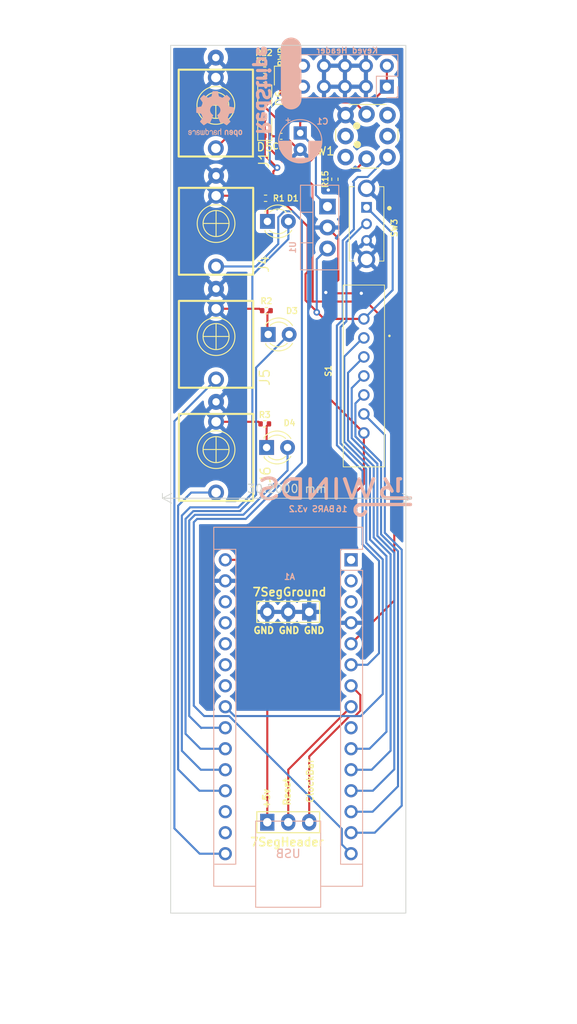
<source format=kicad_pcb>
(kicad_pcb (version 20221018) (generator pcbnew)
  (layers (0 "F.Cu" signal) (31 "B.Cu" signal) (34 "B.Paste" user) (35 "F.Paste" user) (36 "B.SilkS" user "B.Silkscreen") (37 "F.SilkS" user "F.Silkscreen") (38 "B.Mask" user) (39 "F.Mask" user) (44 "Edge.Cuts" user))
  (net 0 "")
  (net 1 "GND")
  (net 2 "CLOCK_BAR")
  (net 3 "+12V")
  (net 4 "CLOCK_IN")
  (net 8 "Net-(R15-Pad2)")
  (net 14 "/ResetButton")
  (net 15 "RESET")
  (net 16 "/barsPerPhrase")
  (net 17 "/barsPerBar-4")
  (net 18 "/barsPerBar-7")
  (net 19 "/barsPerBar-8")
  (net 20 "/barsPerBar-12")
  (net 21 "/barsPerBar-16")
  (net 22 "/firstBar")
  (net 23 "/middleBar")
  (net 26 "/lastBar")
  (net 27 "/firstBarLED")
  (net 28 "/middleBarLED")
  (net 29 "/lastBarLED")
  (net 31 "Net-(D1-K)")
  (net 32 "Net-(D2-K)")
  (net 33 "Net-(D3-K)")
  (net 34 "+5V")
  (net 35 "Net-(D4-K)")
  (net 36 "Net-(J1-SIG)")
  (footprint "LED_THT:LED_D3.0mm" (layer "F.Cu") (at 68.125 83.655)
    (fp_text reference "D4" (at 2.775 -2.96 unlocked) (layer "F.SilkS") (effects (font (size 0.72 0.72))))
    (fp_text value "LED")
    (pad "1" thru_hole rect (at 0 0) (size 1.8 1.8) (drill 0.9) (layers "*.Cu" "*.Mask") (net 35 "Net-(D4-K)"))
    (pad "2" thru_hole circle (at 2.54 0) (size 1.8 1.8) (drill 0.9) (layers "*.Cu" "*.Mask") (net 29 "/lastBarLED"))
  )
  (footprint "LED_THT:LED_D3.0mm" (layer "F.Cu") (at 68.32 69.9775)
    (fp_text reference "D3" (at 2.875 -2.855 unlocked) (layer "F.SilkS") (effects (font (size 0.72 0.72))))
    (fp_text value "LED")
    (pad "1" thru_hole rect (at 0 0) (size 1.8 1.8) (drill 0.9) (layers "*.Cu" "*.Mask") (net 33 "Net-(D3-K)"))
    (pad "2" thru_hole circle (at 2.54 0) (size 1.8 1.8) (drill 0.9) (layers "*.Cu" "*.Mask") (net 28 "/middleBarLED"))
  )
  (footprint "thonk-low-profile-button:ThonkLowProfileButton" (layer "F.Cu") (at 80.2376 43.3203)
    (fp_text reference "SW1" (at -5.4376 4.4797) (layer "F.SilkS"))
    (fp_text value "SW_Push_LED_Thonk_Low_Profile")
    (pad "" np_thru_hole circle (at -2.54 2.66 90) (size 2 2) (drill 1.1) (layers "F&B.Cu" "*.Mask"))
    (pad "" np_thru_hole circle (at 2.54 2.66 90) (size 2 2) (drill 1.1) (layers "F&B.Cu" "*.Mask"))
    (pad "1" thru_hole circle (at -2.54 0.12 90) (size 2 2) (drill 1.1) (layers "*.Cu" "*.Mask") (net 1 "GND"))
    (pad "2" thru_hole circle (at -2.54 5.2 90) (size 2 2) (drill 1.1) (layers "*.Cu" "*.Mask"))
    (pad "3" thru_hole circle (at 2.54 0.12 90) (size 2 2) (drill 1.1) (layers "*.Cu" "*.Mask"))
    (pad "4" thru_hole circle (at 2.54 5.2 90) (size 2 2) (drill 1.1) (layers "*.Cu" "*.Mask") (net 14 "/ResetButton"))
    (pad "L1" thru_hole circle (at 0 0 90) (size 2 2) (drill 1.1) (layers "*.Cu" "*.Mask") (net 4 "CLOCK_IN"))
    (pad "L2" thru_hole circle (at 0 5.4 90) (size 2 2) (drill 1.1) (layers "*.Cu" "*.Mask") (net 8 "Net-(R15-Pad2)"))
  )
  (footprint "4ms_Jack:EighthInch_PJ398SM" (layer "F.Cu") (at 61.97 42.245 90)
    (fp_text reference "J1" (at -7.755 6.53 90) (layer "F.SilkS") (effects (font (size 1.2065 1.2065) (thickness 0.1524)) (justify left bottom)))
    (fp_text value "3.5mm_Mono_Switched" hide)
    (pad "1" thru_hole circle (at -5.207 0 90) (size 1.9304 1.9304) (drill 1.143) (layers "*.Cu" "*.Mask") (net 36 "Net-(J1-SIG)"))
    (pad "2" thru_hole circle (at 5.7658 0 90) (size 1.9304 1.9304) (drill 0.889) (layers "*.Cu" "*.Mask") (net 1 "GND"))
    (pad "3" thru_hole circle (at 3.3528 0 90) (size 1.9304 1.9304) (drill 1.143) (layers "*.Cu" "*.Mask") (net 1 "GND"))
  )
  (footprint "Resistor_SMD:R_0402_1005Metric" (layer "F.Cu") (at 67.9 39.1 180)
    (fp_text reference "R5" (at 0.4 2.2 unlocked) (layer "F.SilkS") (effects (font (size 0.72 0.72))))
    (fp_text value "470")
    (pad "1" smd roundrect (at -0.51 0 180) (size 0.54 0.64) (layers "F.Cu" "F.Paste" "F.Mask") (net 4 "CLOCK_IN"))
    (pad "2" smd roundrect (at 0.51 0 180) (size 0.54 0.64) (layers "F.Cu" "F.Paste" "F.Mask") (net 36 "Net-(J1-SIG)"))
  )
  (footprint "4ms_Connector:Pins_1x03_2.54mm_TH_AudioInsRGndL" (layer "F.Cu") (at 70.75 103.55 -90)
    (fp_text reference "J7" hide)
    (fp_text value "SevenSegmentGround" hide)
    (fp_text user "7SegGround" (at -2.4 -0.15) (layer "F.SilkS") (effects (font (thickness 0.2))))
    (fp_text user "GND GND GND" (at 2.23774 -0.08636) (layer "F.SilkS") (effects (font (size 0.8 0.8) (thickness 0.2))))
    (pad "1" thru_hole rect (at 0 -2.54 270) (size 2.032 1.7272) (drill 1.016) (layers "*.Cu" "*.Mask") (net 1 "GND"))
    (pad "2" thru_hole oval (at 0 0 270) (size 2.032 1.7272) (drill 1.016) (layers "*.Cu" "*.Mask") (net 1 "GND"))
    (pad "3" thru_hole oval (at 0 2.54 270) (size 2.032 1.7272) (drill 1.016) (layers "*.Cu" "*.Mask") (net 1 "GND"))
  )
  (footprint "LED_THT:LED_D3.0mm" (layer "F.Cu") (at 68.225 56.3)
    (fp_text reference "D1" (at 3.075 -2.8 unlocked) (layer "F.SilkS") (effects (font (size 0.72 0.72))))
    (fp_text value "LED")
    (pad "1" thru_hole rect (at 0 0) (size 1.8 1.8) (drill 0.9) (layers "*.Cu" "*.Mask") (net 31 "Net-(D1-K)"))
    (pad "2" thru_hole circle (at 2.54 0) (size 1.8 1.8) (drill 0.9) (layers "*.Cu" "*.Mask") (net 27 "/firstBarLED"))
  )
  (footprint "Diode_SMD:D_SOD-323" (layer "F.Cu") (at 67.9 41.4 -90)
    (fp_text reference "D6" (at 0 -1.85 -90) (layer "F.SilkS"))
    (fp_text value "1N5819WS")
    (pad "1" smd roundrect (at -1.05 0 270) (size 0.6 0.45) (layers "F.Cu" "F.Paste" "F.Mask") (net 4 "CLOCK_IN"))
    (pad "2" smd roundrect (at 1.05 0 270) (size 0.6 0.45) (layers "F.Cu" "F.Paste" "F.Mask") (net 1 "GND"))
  )
  (footprint "4ms_Jack:EighthInch_PJ398SM" (layer "F.Cu") (at 62 70.2225 90)
    (fp_text reference "J5" (at -6.0775 6.6 90) (layer "F.SilkS") (effects (font (size 1.2065 1.2065) (thickness 0.1524)) (justify left bottom)))
    (fp_text value "3.5mm_Mono_Switched" hide)
    (pad "1" thru_hole circle (at -5.207 0 90) (size 1.9304 1.9304) (drill 1.143) (layers "*.Cu" "*.Mask") (net 23 "/middleBar"))
    (pad "2" thru_hole circle (at 5.7658 0 90) (size 1.9304 1.9304) (drill 0.889) (layers "*.Cu" "*.Mask") (net 1 "GND"))
    (pad "3" thru_hole circle (at 3.3528 0 90) (size 1.9304 1.9304) (drill 1.143) (layers "*.Cu" "*.Mask") (net 1 "GND"))
  )
  (footprint "Resistor_SMD:R_0402_1005Metric" (layer "F.Cu") (at 67.9 80.8)
    (fp_text reference "R3" (at 0 -1.1 unlocked) (layer "F.SilkS") (effects (font (size 0.72 0.72))))
    (fp_text value "470")
    (pad "1" smd roundrect (at -0.51 0) (size 0.54 0.64) (layers "F.Cu" "F.Paste" "F.Mask") (net 1 "GND"))
    (pad "2" smd roundrect (at 0.51 0) (size 0.54 0.64) (layers "F.Cu" "F.Paste" "F.Mask") (net 35 "Net-(D4-K)"))
  )
  (footprint "SLB1570:SLB1570" (layer "F.Cu") (at 79.9126 70.4 -90)
    (fp_text reference "S1" (at 4 4.3126 -90) (layer "F.SilkS") (effects (font (size 0.72 0.72))))
    (fp_text value "SLB1570" hide)
    (pad "1" thru_hole circle (at 0 0 270) (size 1.4 1.4) (drill 0.9) (layers "*.Cu" "*.Mask") (net 17 "/barsPerBar-4"))
    (pad "2" thru_hole circle (at 2.3 0 270) (size 1.4 1.4) (drill 0.9) (layers "*.Cu" "*.Mask") (net 18 "/barsPerBar-7"))
    (pad "3" thru_hole circle (at 4.6 0 270) (size 1.4 1.4) (drill 0.9) (layers "*.Cu" "*.Mask") (net 19 "/barsPerBar-8"))
    (pad "4" thru_hole circle (at 6.9 0 270) (size 1.4 1.4) (drill 0.9) (layers "*.Cu" "*.Mask") (net 20 "/barsPerBar-12"))
    (pad "5" thru_hole circle (at 9.2 0 270) (size 1.4 1.4) (drill 0.9) (layers "*.Cu" "*.Mask") (net 21 "/barsPerBar-16"))
    (pad "C1" thru_hole circle (at -2.3 0 270) (size 1.4 1.4) (drill 0.9) (layers "*.Cu" "*.Mask") (net 34 "+5V"))
    (pad "C2" thru_hole circle (at 11.5 0 270) (size 1.4 1.4) (drill 0.9) (layers "*.Cu" "*.Mask") (net 34 "+5V"))
  )
  (footprint "Resistor_SMD:R_0402_1005Metric" (layer "F.Cu") (at 68.1 67.1)
    (fp_text reference "R2" (at 0 -1.17 unlocked) (layer "F.SilkS") (effects (font (size 0.72 0.72))))
    (fp_text value "470")
    (pad "1" smd roundrect (at -0.51 0) (size 0.54 0.64) (layers "F.Cu" "F.Paste" "F.Mask") (net 1 "GND"))
    (pad "2" smd roundrect (at 0.51 0) (size 0.54 0.64) (layers "F.Cu" "F.Paste" "F.Mask") (net 33 "Net-(D3-K)"))
  )
  (footprint "Resistor_SMD:R_0402_1005Metric" (layer "F.Cu") (at 76.4 51.2 90)
    (fp_text reference "R15" (at 0 -1.17 90 unlocked) (layer "F.SilkS") (effects (font (size 0.72 0.72))))
    (fp_text value "1K")
    (pad "1" smd roundrect (at -0.51 0 90) (size 0.54 0.64) (layers "F.Cu" "F.Paste" "F.Mask") (net 1 "GND"))
    (pad "2" smd roundrect (at 0.51 0 90) (size 0.54 0.64) (layers "F.Cu" "F.Paste" "F.Mask") (net 8 "Net-(R15-Pad2)"))
  )
  (footprint "Capacitor_SMD:C_0402_1005Metric" (layer "F.Cu") (at 69.9 46)
    (fp_text reference "C11" (at 0 1.2 unlocked) (layer "F.SilkS") (effects (font (size 0.72 0.72))))
    (fp_text value "330pf")
    (pad "1" smd roundrect (at -0.48 0) (size 0.56 0.62) (layers "F.Cu" "F.Paste" "F.Mask") (net 4 "CLOCK_IN"))
    (pad "2" smd roundrect (at 0.48 0) (size 0.56 0.62) (layers "F.Cu" "F.Paste" "F.Mask") (net 1 "GND"))
  )
  (footprint "EG1249:EG1249" (layer "F.Cu") (at 80.2376 54.6 -90)
    (fp_text reference "SW3" (at 2.5 -3.3624 -90) (layer "F.SilkS") (effects (font (size 0.72 0.72) (thickness 0.15) bold)))
    (fp_text value "SW_SPDT-EG1249" hide)
    (pad "1" thru_hole rect (at 0 0 270) (size 1.3 1.3) (drill 0.8) (layers "*.Cu" "*.Mask") (net 34 "+5V"))
    (pad "2" thru_hole circle (at 2 0 270) (size 1.3 1.3) (drill 0.8) (layers "*.Cu" "*.Mask") (net 16 "/barsPerPhrase"))
    (pad "3" thru_hole circle (at 4 0 270) (size 1.3 1.3) (drill 0.8) (layers "*.Cu" "*.Mask") (net 1 "GND"))
    (pad "4" thru_hole circle (at -2.3 0 270) (size 2.1 2.1) (drill 1.4) (layers "*.Cu" "*.Mask") (net 1 "GND"))
    (pad "5" thru_hole circle (at 6.3 0 270) (size 2.1 2.1) (drill 1.4) (layers "*.Cu" "*.Mask") (net 1 "GND"))
  )
  (footprint "4ms_Jack:EighthInch_PJ398SM" (layer "F.Cu") (at 62 83.9 90)
    (fp_text reference "J6" (at -4.2 6.7 90) (layer "F.SilkS") (effects (font (size 1.2065 1.2065) (thickness 0.1524)) (justify left bottom)))
    (fp_text value "3.5mm_Mono_Switched" hide)
    (pad "1" thru_hole circle (at -5.207 0 90) (size 1.9304 1.9304) (drill 1.143) (layers "*.Cu" "*.Mask") (net 26 "/lastBar"))
    (pad "2" thru_hole circle (at 5.7658 0 90) (size 1.9304 1.9304) (drill 0.889) (layers "*.Cu" "*.Mask") (net 1 "GND"))
    (pad "3" thru_hole circle (at 3.3528 0 90) (size 1.9304 1.9304) (drill 1.143) (layers "*.Cu" "*.Mask") (net 1 "GND"))
  )
  (footprint "LED_SMD:LED_0603_1608Metric" (layer "F.Cu") (at 69.8 39 -90)
    (fp_text reference "PWR" (at -2.6 -0.1 90 unlocked) (layer "F.SilkS") (effects (font (size 0.72 0.72))))
    (fp_text value "LED")
    (pad "1" smd roundrect (at -0.7875 0 270) (size 0.875 0.95) (layers "F.Cu" "F.Paste" "F.Mask") (net 32 "Net-(D2-K)"))
    (pad "2" smd roundrect (at 0.7875 0 270) (size 0.875 0.95) (layers "F.Cu" "F.Paste" "F.Mask") (net 34 "+5V"))
  )
  (footprint "Resistor_SMD:R_0402_1005Metric" (layer "F.Cu") (at 68 53.5)
    (fp_text reference "R1" (at 1.6 0 unlocked) (layer "F.SilkS") (effects (font (size 0.72 0.72))))
    (fp_text value "470")
    (pad "1" smd roundrect (at -0.51 0) (size 0.54 0.64) (layers "F.Cu" "F.Paste" "F.Mask") (net 1 "GND"))
    (pad "2" smd roundrect (at 0.51 0) (size 0.54 0.64) (layers "F.Cu" "F.Paste" "F.Mask") (net 31 "Net-(D1-K)"))
  )
  (footprint "4ms_Jack:EighthInch_PJ398SM" (layer "F.Cu") (at 62 56.545 90)
    (fp_text reference "J4" (at -6.055 6.5 90) (layer "F.SilkS") (effects (font (size 1.2065 1.2065) (thickness 0.1524)) (justify left bottom)))
    (fp_text value "3.5mm_Mono_Switched" hide)
    (pad "1" thru_hole circle (at -5.207 0 90) (size 1.9304 1.9304) (drill 1.143) (layers "*.Cu" "*.Mask") (net 22 "/firstBar"))
    (pad "2" thru_hole circle (at 5.7658 0 90) (size 1.9304 1.9304) (drill 0.889) (layers "*.Cu" "*.Mask") (net 1 "GND"))
    (pad "3" thru_hole circle (at 3.3528 0 90) (size 1.9304 1.9304) (drill 1.143) (layers "*.Cu" "*.Mask") (net 1 "GND"))
  )
  (footprint "4ms_Connector:Pins_1x03_2.54mm_TH_AudioInsRGndL" (layer "F.Cu") (at 70.75 129 90)
    (fp_text reference "J3" hide)
    (fp_text value "SevenSegmentHeader" hide)
    (fp_text user "ClockBar" (at 5 2.65 270) (layer "F.SilkS") (effects (font (size 0.8 0.8) (thickness 0.16) bold)))
    (fp_text user "+5v" (at 2.846364 -2.65 270) (layer "F.SilkS") (effects (font (size 0.8 0.8) (thickness 0.2))))
    (fp_text user "7SegHeader" (at -2.4 -0.15 180) (layer "F.SilkS") (effects (font (thickness 0.2))))
    (fp_text user "Reset " (at 3.986294 -0.15 270) (layer "F.SilkS") (effects (font (size 0.8 0.8) (thickness 0.2))))
    (pad "1" thru_hole rect (at 0 -2.54 90) (size 2.032 1.7272) (drill 1.016) (layers "*.Cu" "*.Mask") (net 34 "+5V"))
    (pad "2" thru_hole oval (at 0 0 90) (size 2.032 1.7272) (drill 1.016) (layers "*.Cu" "*.Mask") (net 15 "RESET"))
    (pad "3" thru_hole oval (at 0 2.54 90) (size 2.032 1.7272) (drill 1.016) (layers "*.Cu" "*.Mask") (net 2 "CLOCK_BAR"))
  )
  (footprint "Resistor_SMD:R_0402_1005Metric" (layer "F.Cu") (at 67.9 38 180)
    (fp_text reference "R12" (at 0.1 2.1 unlocked) (layer "F.SilkS") (effects (font (size 0.72 0.72))))
    (fp_text value "10K")
    (pad "1" smd roundrect (at -0.51 0 180) (size 0.54 0.64) (layers "F.Cu" "F.Paste" "F.Mask") (net 1 "GND"))
    (pad "2" smd roundrect (at 0.51 0 180) (size 0.54 0.64) (layers "F.Cu" "F.Paste" "F.Mask") (net 32 "Net-(D2-K)"))
  )
  (footprint "Diode_SMD:D_SOD-323" (layer "F.Cu") (at 67.9 44.9 90)
    (fp_text reference "D5" (at -2.4 0 180) (layer "F.SilkS"))
    (fp_text value "1N5819WS")
    (pad "1" smd roundrect (at -1.05 0 90) (size 0.6 0.45) (layers "F.Cu" "F.Paste" "F.Mask") (net 34 "+5V"))
    (pad "2" smd roundrect (at 1.05 0 90) (size 0.6 0.45) (layers "F.Cu" "F.Paste" "F.Mask") (net 4 "CLOCK_IN"))
  )
  (footprint "LogoFootprints:16WindsLogoJuly2023-12mm" (layer "B.Cu") (at 65.885632 91.749328 180)
    (fp_text reference "Ref**" hide)
    (fp_text value "Val**" hide)
  )
  (footprint "Package_TO_SOT_THT:TO-220-3_Vertical" (layer "B.Cu") (at 75.5 54.5 -90)
    (fp_text reference "U1" (at 4.94 4.2 90 unlocked) (layer "B.SilkS") (effects (font (size 0.72 0.72)) (justify mirror)))
    (fp_text value "LM7805_TO220")
    (pad "1" thru_hole rect (at 0 0 270) (size 1.905 2) (drill 1.1) (layers "*.Cu" "*.Mask") (net 3 "+12V"))
    (pad "2" thru_hole oval (at 2.54 0 270) (size 1.905 2) (drill 1.1) (layers "*.Cu" "*.Mask") (net 1 "GND"))
    (pad "3" thru_hole oval (at 5.08 0 270) (size 1.905 2) (drill 1.1) (layers "*.Cu" "*.Mask") (net 34 "+5V"))
  )
  (footprint "Connector_PinHeader_2.54mm:PinHeader_2x05_P2.54mm_Vertical" (layer "B.Cu") (at 82.7 40 90)
    (fp_text reference "J2" hide)
    (fp_text value "Conn_02x05_Odd_Even")
    (pad "1" thru_hole rect (at 0 0 90) (size 1.7 1.7) (drill 1) (layers "*.Cu" "*.Mask") (net 3 "+12V"))
    (pad "2" thru_hole oval (at 2.54 0 90) (size 1.7 1.7) (drill 1) (layers "*.Cu" "*.Mask") (net 3 "+12V"))
    (pad "3" thru_hole oval (at 0 -2.54 90) (size 1.7 1.7) (drill 1) (layers "*.Cu" "*.Mask") (net 1 "GND"))
    (pad "4" thru_hole oval (at 2.54 -2.54 90) (size 1.7 1.7) (drill 1) (layers "*.Cu" "*.Mask") (net 1 "GND"))
    (pad "5" thru_hole oval (at 0 -5.08 90) (size 1.7 1.7) (drill 1) (layers "*.Cu" "*.Mask") (net 1 "GND"))
    (pad "6" thru_hole oval (at 2.54 -5.08 90) (size 1.7 1.7) (drill 1) (layers "*.Cu" "*.Mask") (net 1 "GND"))
    (pad "7" thru_hole oval (at 0 -7.62 90) (size 1.7 1.7) (drill 1) (layers "*.Cu" "*.Mask") (net 1 "GND"))
    (pad "8" thru_hole oval (at 2.54 -7.62 90) (size 1.7 1.7) (drill 1) (layers "*.Cu" "*.Mask") (net 1 "GND"))
    (pad "9" thru_hole oval (at 0 -10.16 90) (size 1.7 1.7) (drill 1) (layers "*.Cu" "*.Mask"))
    (pad "10" thru_hole oval (at 2.54 -10.16 90) (size 1.7 1.7) (drill 1) (layers "*.Cu" "*.Mask"))
  )
  (footprint "Capacitor_THT:CP_Radial_D5.0mm_P2.00mm" (layer "B.Cu") (at 72.2 45.6 -90)
    (fp_text reference "C1" (at -1.4 -2.7 unlocked) (layer "B.SilkS") (effects (font (size 0.72 0.72)) (justify mirror)))
    (fp_text value "47uf")
    (pad "1" thru_hole rect (at 0 0 270) (size 1.6 1.6) (drill 0.8) (layers "*.Cu" "*.Mask") (net 3 "+12V"))
    (pad "2" thru_hole circle (at 2 0 270) (size 1.6 1.6) (drill 0.8) (layers "*.Cu" "*.Mask") (net 1 "GND"))
  )
  (footprint "Symbol:OSHW-Logo2_7.3x6mm_SilkScreen" (layer "B.Cu") (at 61.9 43.3 180)
    (fp_text reference "REF**" hide)
    (fp_text value "OSHW-Logo2_7.3x6mm_SilkScreen" hide)
  )
  (footprint "Module:Arduino_Nano" (layer "B.Cu") (at 78.36 97.25 180)
    (fp_text reference "A1" (at 7.46 -2.05 unlocked) (layer "B.SilkS") (effects (font (size 0.72 0.72)) (justify mirror)))
    (fp_text value "Arduino_Nano_v3.x")
    (fp_text user "USB" (at 7.62 -35.56 unlocked) (layer "B.SilkS") (effects (justify mirror)))
    (pad "1" thru_hole rect (at 0 0 180) (size 1.6 1.6) (drill 1) (layers "*.Cu" "*.Mask"))
    (pad "2" thru_hole oval (at 0 -2.54 180) (size 1.6 1.6) (drill 1) (layers "*.Cu" "*.Mask"))
    (pad "3" thru_hole oval (at 0 -5.08 180) (size 1.6 1.6) (drill 1) (layers "*.Cu" "*.Mask"))
    (pad "4" thru_hole oval (at 0 -7.62 180) (size 1.6 1.6) (drill 1) (layers "*.Cu" "*.Mask") (net 1 "GND"))
    (pad "5" thru_hole oval (at 0 -10.16 180) (size 1.6 1.6) (drill 1) (layers "*.Cu" "*.Mask") (net 4 "CLOCK_IN"))
    (pad "6" thru_hole oval (at 0 -12.7 180) (size 1.6 1.6) (drill 1) (layers "*.Cu" "*.Mask") (net 14 "/ResetButton"))
    (pad "7" thru_hole oval (at 0 -15.24 180) (size 1.6 1.6) (drill 1) (layers "*.Cu" "*.Mask") (net 2 "CLOCK_BAR"))
    (pad "8" thru_hole oval (at 0 -17.78 180) (size 1.6 1.6) (drill 1) (layers "*.Cu" "*.Mask") (net 15 "RESET"))
    (pad "9" thru_hole oval (at 0 -20.32 180) (size 1.6 1.6) (drill 1) (layers "*.Cu" "*.Mask"))
    (pad "10" thru_hole oval (at 0 -22.86 180) (size 1.6 1.6) (drill 1) (layers "*.Cu" "*.Mask") (net 17 "/barsPerBar-4"))
    (pad "11" thru_hole oval (at 0 -25.4 180) (size 1.6 1.6) (drill 1) (layers "*.Cu" "*.Mask") (net 18 "/barsPerBar-7"))
    (pad "12" thru_hole oval (at 0 -27.94 180) (size 1.6 1.6) (drill 1) (layers "*.Cu" "*.Mask") (net 19 "/barsPerBar-8"))
    (pad "13" thru_hole oval (at 0 -30.48 180) (size 1.6 1.6) (drill 1) (layers "*.Cu" "*.Mask") (net 20 "/barsPerBar-12"))
    (pad "14" thru_hole oval (at 0 -33.02 180) (size 1.6 1.6) (drill 1) (layers "*.Cu" "*.Mask") (net 21 "/barsPerBar-16"))
    (pad "15" thru_hole oval (at 0 -35.56 180) (size 1.6 1.6) (drill 1) (layers "*.Cu" "*.Mask") (net 22 "/firstBar"))
    (pad "16" thru_hole oval (at 15.24 -35.56 180) (size 1.6 1.6) (drill 1) (layers "*.Cu" "*.Mask") (net 23 "/middleBar"))
    (pad "17" thru_hole oval (at 15.24 -33.02 180) (size 1.6 1.6) (drill 1) (layers "*.Cu" "*.Mask"))
    (pad "18" thru_hole oval (at 15.24 -30.48 180) (size 1.6 1.6) (drill 1) (layers "*.Cu" "*.Mask"))
    (pad "19" thru_hole oval (at 15.24 -27.94 180) (size 1.6 1.6) (drill 1) (layers "*.Cu" "*.Mask") (net 26 "/lastBar"))
    (pad "20" thru_hole oval (at 15.24 -25.4 180) (size 1.6 1.6) (drill 1) (layers "*.Cu" "*.Mask") (net 27 "/firstBarLED"))
    (pad "21" thru_hole oval (at 15.24 -22.86 180) (size 1.6 1.6) (drill 1) (layers "*.Cu" "*.Mask") (net 28 "/middleBarLED"))
    (pad "22" thru_hole oval (at 15.24 -20.32 180) (size 1.6 1.6) (drill 1) (layers "*.Cu" "*.Mask") (net 29 "/lastBarLED"))
    (pad "23" thru_hole oval (at 15.24 -17.78 180) (size 1.6 1.6) (drill 1) (layers "*.Cu" "*.Mask") (net 16 "/barsPerPhrase"))
    (pad "24" thru_hole oval (at 15.24 -15.24 180) (size 1.6 1.6) (drill 1) (layers "*.Cu" "*.Mask"))
    (pad "25" thru_hole oval (at 15.24 -12.7 180) (size 1.6 1.6) (drill 1) (layers "*.Cu" "*.Mask"))
    (pad "26" thru_hole oval (at 15.24 -10.16 180) (size 1.6 1.6) (drill 1) (layers "*.Cu" "*.Mask"))
    (pad "27" thru_hole oval (at 15.24 -7.62 180) (size 1.6 1.6) (drill 1) (layers "*.Cu" "*.Mask"))
    (pad "28" thru_hole oval (at 15.24 -5.08 180) (size 1.6 1.6) (drill 1) (layers "*.Cu" "*.Mask"))
    (pad "29" thru_hole oval (at 15.24 -2.54 180) (size 1.6 1.6) (drill 1) (layers "*.Cu" "*.Mask") (net 1 "GND"))
    (pad "30" thru_hole oval (at 15.24 0 180) (size 1.6 1.6) (drill 1) (layers "*.Cu" "*.Mask") (net 34 "+5V"))
  )
  (gr_line (start 71.1 35.3) (end 71.1 41.5) (stroke (width 2.5)) (layer "B.SilkS"))
  (gr_circle (center 83 54.7) (end 83.2 54.7) (stroke (width 0.15)) (fill solid) (layer "F.SilkS"))
  (gr_line locked (start 56.5 140) (end 85 140) (stroke (width 0.1)) (layer "Edge.Cuts"))
  (gr_line locked (start 56.5 35) (end 85 35) (stroke (width 0.1)) (layer "Edge.Cuts"))
  (gr_line locked (start 56.5 35) (end 56.5 140) (stroke (width 0.1)) (layer "Edge.Cuts"))
  (gr_line locked (start 85 35) (end 85 140) (stroke (width 0.1)) (layer "Edge.Cuts"))
  (gr_text "BARS v3.2" (at 73.6 91.1) (layer "B.SilkS") (effects (font (size 0.72 0.72)) (justify mirror)))
  (gr_text "RedStripe" (at 67.7 40.4 270) (layer "B.SilkS") (effects (font (size 1.5 1.5) (thickness 0.375) bold) (justify mirror)))
  (gr_text "16" (at 78 91.1) (layer "B.SilkS") (effects (font (size 0.72 0.72) (thickness 0.15) bold) (justify left mirror)))
  (gr_text "Keyed Header" (at 77.9 35.6) (layer "B.SilkS") (effects (font (size 0.72 0.72)) (justify mirror)))
  (dimension (type orthogonal) (layer "Edge.Cuts") (pts (xy 85.7 89.8) (xy 55.5 90.3)) (height 0) (orientation 0) (gr_text "30.2000 mm" (at 70.6 88.65) (layer "Edge.Cuts") (effects (font (size 1 1) (thickness 0.15)))) (format (prefix "") (suffix "") (units 3) (units_format 1) (precision 4)) (style (thickness 0.1) (arrow_length 1.27) (text_position_mode 0) (extension_height 0.58642) (extension_offset 0.5) keep_text_aligned))
  (segment (start 67.1372 80.5472) (end 62 80.5472) (width 0.25) (layer "F.Cu") (net 1))
  (segment (start 67.1822 53.1922) (end 62 53.1922) (width 0.25) (layer "F.Cu") (net 1))
  (segment (start 76.4 51.71) (end 75.69 51.71) (width 0.25) (layer "F.Cu") (net 1))
  (segment (start 75.5 57.04) (end 76.825 58.365) (width 0.25) (layer "F.Cu") (net 1))
  (segment (start 72.2 47.6) (end 71.98 47.6) (width 0.25) (layer "F.Cu") (net 1))
  (segment (start 79.6 65) (end 75.4 65) (width 0.25) (layer "F.Cu") (net 1))
  (segment (start 75.4 65) (end 75.3 64.9) (width 0.25) (layer "F.Cu") (net 1))
  (segment (start 75.6 51.8) (end 75.6 52.5) (width 0.25) (layer "F.Cu") (net 1))
  (segment (start 69.005 38.595) (end 69.005 39.495) (width 0.25) (layer "F.Cu") (net 1))
  (segment (start 67.9 42.45) (end 70.38 44.93) (width 0.25) (layer "F.Cu") (net 1))
  (segment (start 68.41 38) (end 69.005 38.595) (width 0.25) (layer "F.Cu") (net 1))
  (segment (start 70.38 44.93) (end 70.38 46) (width 0.25) (layer "F.Cu") (net 1))
  (segment (start 69.005 39.495) (end 68.5 40) (width 0.25) (layer "F.Cu") (net 1))
  (segment (start 67.39 80.8) (end 67.1372 80.5472) (width 0.25) (layer "F.Cu") (net 1))
  (segment (start 67.49 53.5) (end 67.1822 53.1922) (width 0.25) (layer "F.Cu") (net 1))
  (segment (start 71.98 47.6) (end 70.38 46) (width 0.25) (layer "F.Cu") (net 1))
  (segment (start 68.5 40) (end 68.5 41.85) (width 0.25) (layer "F.Cu") (net 1))
  (segment (start 76.825 58.365) (end 76.825 63.375) (width 0.25) (layer "F.Cu") (net 1))
  (segment (start 67.49 67.1) (end 67.2597 66.8697) (width 0.25) (layer "F.Cu") (net 1))
  (segment (start 76.825 63.375) (end 75.3 64.9) (width 0.25) (layer "F.Cu") (net 1))
  (segment (start 67.2597 66.8697) (end 62 66.8697) (width 0.25) (layer "F.Cu") (net 1))
  (segment (start 75.69 51.71) (end 75.6 51.8) (width 0.25) (layer "F.Cu") (net 1))
  (segment (start 68.5 41.85) (end 67.9 42.45) (width 0.25) (layer "F.Cu") (net 1))
  (via (at 79.6 65) (size 0.8) (drill 0.4) (layers "F.Cu" "B.Cu") (net 1))
  (via (at 75.6 52.5) (size 0.8) (drill 0.4) (layers "F.Cu" "B.Cu") (net 1))
  (via (at 75.3 64.9) (size 0.8) (drill 0.4) (layers "F.Cu" "B.Cu") (net 1))
  (segment (start 79.485 113.615) (end 78.36 112.49) (width 0.25) (layer "F.Cu") (net 2))
  (segment (start 78.845 116.155) (end 79.485 115.515) (width 0.25) (layer "F.Cu") (net 2))
  (segment (start 73.29 121.049009) (end 78.184009 116.155) (width 0.25) (layer "F.Cu") (net 2))
  (segment (start 78.184009 116.155) (end 78.845 116.155) (width 0.25) (layer "F.Cu") (net 2))
  (segment (start 73.29 129) (end 73.29 121.049009) (width 0.25) (layer "F.Cu") (net 2))
  (segment (start 79.485 115.515) (end 79.485 113.615) (width 0.25) (layer "F.Cu") (net 2))
  (segment (start 82.7 40) (end 82.7 37.46) (width 0.25) (layer "F.Cu") (net 3))
  (segment (start 81.25 41.45) (end 75.05 41.45) (width 0.25) (layer "F.Cu") (net 3))
  (segment (start 82.7 40) (end 81.25 41.45) (width 0.25) (layer "F.Cu") (net 3))
  (segment (start 75.05 41.45) (end 72.2 44.3) (width 0.25) (layer "F.Cu") (net 3))
  (segment (start 72.2 44.3) (end 72.2 45.6) (width 0.25) (layer "F.Cu") (net 3))
  (segment (start 74.1 47.5) (end 72.2 45.6) (width 0.25) (layer "B.Cu") (net 3))
  (segment (start 75.5 54.5) (end 74.1 53.1) (width 0.25) (layer "B.Cu") (net 3))
  (segment (start 74.1 53.1) (end 74.1 47.5) (width 0.25) (layer "B.Cu") (net 3))
  (segment (start 68.193718 45.325) (end 68.45 45.581282) (width 0.25) (layer "F.Cu") (net 4))
  (segment (start 83.6 102.17) (end 78.36 107.41) (width 0.25) (layer "F.Cu") (net 4))
  (segment (start 68.868718 46) (end 68.45 45.581282) (width 0.25) (layer "F.Cu") (net 4))
  (segment (start 67.2 41.05) (end 67.2 43.15) (width 0.25) (layer "F.Cu") (net 4))
  (segment (start 69.42 46) (end 68.868718 46) (width 0.25) (layer "F.Cu") (net 4))
  (segment (start 83.6 69.4) (end 80.2 66) (width 0.25) (layer "F.Cu") (net 4))
  (segment (start 67.9 39.61) (end 67.9 40.35) (width 0.25) (layer "F.Cu") (net 4))
  (segment (start 78.8173 41.9) (end 80.2376 43.3203) (width 0.25) (layer "F.Cu") (net 4))
  (segment (start 83.6 87.3) (end 83.6 69.4) (width 0.25) (layer "F.Cu") (net 4))
  (segment (start 73.71 51.91) (end 73.71 66.01) (width 0.25) (layer "F.Cu") (net 4))
  (segment (start 68.45 47.45) (end 70.049999 49.049999) (width 0.25) (layer "F.Cu") (net 4))
  (segment (start 73.350001 49.049999) (end 74.556195 47.843805) (width 0.25) (layer "F.Cu") (net 4))
  (segment (start 74.556195 47.843805) (end 73 49.4) (width 0.25) (layer "F.Cu") (net 4))
  (segment (start 74.556195 46.956195) (end 75.8 45.712391) (width 0.25) (layer "F.Cu") (net 4))
  (segment (start 68.45 45.581282) (end 68.45 47.45) (width 0.25) (layer "F.Cu") (net 4))
  (segment (start 73 49.4) (end 73 51.2) (width 0.25) (layer "F.Cu") (net 4))
  (segment (start 80.2 66) (end 73.7 66) (width 0.25) (layer "F.Cu") (net 4))
  (segment (start 74.556195 47.843805) (end 74.556195 46.956195) (width 0.25) (layer "F.Cu") (net 4))
  (segment (start 70.049999 49.049999) (end 73.350001 49.049999) (width 0.25) (layer "F.Cu") (net 4))
  (segment (start 67.9 45.325) (end 68.193718 45.325) (width 0.25) (layer "F.Cu") (net 4))
  (segment (start 75.8 41.9) (end 78.8173 41.9) (width 0.25) (layer "F.Cu") (net 4))
  (segment (start 67.9 43.85) (end 67.9 45.325) (width 0.25) (layer "F.Cu") (net 4))
  (segment (start 67.2 43.15) (end 67.9 43.85) (width 0.25) (layer "F.Cu") (net 4))
  (segment (start 83.6 87.3) (end 83.6 102.17) (width 0.25) (layer "F.Cu") (net 4))
  (segment (start 73 51.2) (end 73.71 51.91) (width 0.25) (layer "F.Cu") (net 4))
  (segment (start 75.8 45.712391) (end 75.8 41.9) (width 0.25) (layer "F.Cu") (net 4))
  (segment (start 67.9 40.35) (end 67.2 41.05) (width 0.25) (layer "F.Cu") (net 4))
  (segment (start 68.41 39.1) (end 67.9 39.61) (width 0.25) (layer "F.Cu") (net 4))
  (segment (start 78.2679 50.69) (end 80.2376 48.7203) (width 0.25) (layer "F.Cu") (net 8))
  (segment (start 76.4 50.69) (end 78.2679 50.69) (width 0.25) (layer "F.Cu") (net 8))
  (segment (start 81.75048 108.54952) (end 81.75048 97.386876) (width 0.25) (layer "B.Cu") (net 14))
  (segment (start 79.175 50.925) (end 80.3729 50.925) (width 0.25) (layer "B.Cu") (net 14))
  (segment (start 80.3729 50.925) (end 82.7776 48.5203) (width 0.25) (layer "B.Cu") (net 14))
  (segment (start 77.35 68.193622) (end 77.35 58.613604) (width 0.25) (layer "B.Cu") (net 14))
  (segment (start 76.640009 68.903613) (end 77.35 68.193622) (width 0.25) (layer "B.Cu") (net 14))
  (segment (start 78.7 51.6) (end 78.6 51.5) (width 0.25) (layer "B.Cu") (net 14))
  (segment (start 77.35 58.613604) (end 78.7 57.263604) (width 0.25) (layer "B.Cu") (net 14))
  (segment (start 78.7 57.263604) (end 78.7 51.6) (width 0.25) (layer "B.Cu") (net 14))
  (segment (start 81.75048 97.386876) (end 79.752389 95.388785) (width 0.25) (layer "B.Cu") (net 14))
  (segment (start 76.640009 83.38762) (end 76.640009 68.903613) (width 0.25) (layer "B.Cu") (net 14))
  (segment (start 78.36 109.95) (end 80.35 109.95) (width 0.25) (layer "B.Cu") (net 14))
  (segment (start 79.752389 95.388785) (end 79.752389 86.5) (width 0.25) (layer "B.Cu") (net 14))
  (segment (start 78.6 51.5) (end 79.175 50.925) (width 0.25) (layer "B.Cu") (net 14))
  (segment (start 80.35 109.95) (end 81.75048 108.54952) (width 0.25) (layer "B.Cu") (net 14))
  (segment (start 79.752389 86.5) (end 76.640009 83.38762) (width 0.25) (layer "B.Cu") (net 14))
  (segment (start 70.75 129) (end 70.75 122.64) (width 0.25) (layer "F.Cu") (net 15))
  (segment (start 70.75 122.64) (end 78.36 115.03) (width 0.25) (layer "F.Cu") (net 15))
  (segment (start 80.202389 95.202389) (end 82.20048 97.20048) (width 0.25) (layer "B.Cu") (net 16))
  (segment (start 77.090009 83.160015) (end 80.202389 86.272396) (width 0.25) (layer "B.Cu") (net 16))
  (segment (start 77.090009 69.090009) (end 77.090009 83.160015) (width 0.25) (layer "B.Cu") (net 16))
  (segment (start 77.8 58.8) (end 77.8 68.380018) (width 0.25) (layer "B.Cu") (net 16))
  (segment (start 79.545489 116.154511) (end 64.244511 116.154511) (width 0.25) (layer "B.Cu") (net 16))
  (segment (start 80.202389 86.272396) (end 80.202389 95.202389) (width 0.25) (layer "B.Cu") (net 16))
  (segment (start 82.20048 113.49952) (end 79.545489 116.154511) (width 0.25) (layer "B.Cu") (net 16))
  (segment (start 80 56.6) (end 77.8 58.8) (width 0.25) (layer "B.Cu") (net 16))
  (segment (start 82.20048 97.20048) (end 82.20048 113.49952) (width 0.25) (layer "B.Cu") (net 16))
  (segment (start 64.244511 116.154511) (end 63.12 115.03) (width 0.25) (layer "B.Cu") (net 16))
  (segment (start 80.2376 56.6) (end 80 56.6) (width 0.25) (layer "B.Cu") (net 16))
  (segment (start 77.8 68.380018) (end 77.090009 69.090009) (width 0.25) (layer "B.Cu") (net 16))
  (segment (start 80.59 120.11) (end 78.36 120.11) (width 0.25) (layer "B.Cu") (net 17))
  (segment (start 79.9126 70.4) (end 79.8 70.4) (width 0.25) (layer "B.Cu") (net 17))
  (segment (start 82.65048 118.04952) (end 80.59 120.11) (width 0.25) (layer "B.Cu") (net 17))
  (segment (start 82.65048 96.8) (end 82.65048 118.04952) (width 0.25) (layer "B.Cu") (net 17))
  (segment (start 80.651909 94.801429) (end 82.65048 96.8) (width 0.25) (layer "B.Cu") (net 17))
  (segment (start 79.8 70.4) (end 77.539529 72.660471) (width 0.25) (layer "B.Cu") (net 17))
  (segment (start 77.539529 72.660471) (end 77.539529 82.973818) (width 0.25) (layer "B.Cu") (net 17))
  (segment (start 77.539529 82.973818) (end 80.651909 86.086198) (width 0.25) (layer "B.Cu") (net 17))
  (segment (start 80.651909 86.086198) (end 80.651909 94.801429) (width 0.25) (layer "B.Cu") (net 17))
  (segment (start 77.989049 74.623551) (end 79.9126 72.7) (width 0.25) (layer "B.Cu") (net 18))
  (segment (start 81.101429 85.9) (end 77.989049 82.78762) (width 0.25) (layer "B.Cu") (net 18))
  (segment (start 77.989049 82.78762) (end 77.989049 74.623551) (width 0.25) (layer "B.Cu") (net 18))
  (segment (start 83.15 96.583514) (end 81.10143 94.534944) (width 0.25) (layer "B.Cu") (net 18))
  (segment (start 81.10143 94.534944) (end 81.101429 85.9) (width 0.25) (layer "B.Cu") (net 18))
  (segment (start 78.36 122.65) (end 80.85 122.65) (width 0.25) (layer "B.Cu") (net 18))
  (segment (start 83.15 120.35) (end 83.15 96.583514) (width 0.25) (layer "B.Cu") (net 18))
  (segment (start 80.85 122.65) (end 83.15 120.35) (width 0.25) (layer "B.Cu") (net 18))
  (segment (start 81.550949 94.348745) (end 81.550949 85.622944) (width 0.25) (layer "B.Cu") (net 19))
  (segment (start 78.438569 82.510564) (end 78.438569 76.474031) (width 0.25) (layer "B.Cu") (net 19))
  (segment (start 78.438569 76.474031) (end 79.9126 75) (width 0.25) (layer "B.Cu") (net 19))
  (segment (start 81.01 125.19) (end 83.6 122.6) (width 0.25) (layer "B.Cu") (net 19))
  (segment (start 81.550949 85.622944) (end 78.438569 82.510564) (width 0.25) (layer "B.Cu") (net 19))
  (segment (start 78.36 125.19) (end 81.01 125.19) (width 0.25) (layer "B.Cu") (net 19))
  (segment (start 83.6 96.397798) (end 81.550949 94.348745) (width 0.25) (layer "B.Cu") (net 19))
  (segment (start 83.6 122.6) (end 83.6 96.397798) (width 0.25) (layer "B.Cu") (net 19))
  (segment (start 78.888089 82.324367) (end 78.888089 78.324511) (width 0.25) (layer "B.Cu") (net 20))
  (segment (start 80.97 127.73) (end 84.05048 124.64952) (width 0.25) (layer "B.Cu") (net 20))
  (segment (start 82.000469 94.162548) (end 82.000469 85.436747) (width 0.25) (layer "B.Cu") (net 20))
  (segment (start 84.05048 124.64952) (end 84.05048 96.21256) (width 0.25) (layer "B.Cu") (net 20))
  (segment (start 78.888089 78.324511) (end 79.9126 77.3) (width 0.25) (layer "B.Cu") (net 20))
  (segment (start 82.000469 85.436747) (end 78.888089 82.324367) (width 0.25) (layer "B.Cu") (net 20))
  (segment (start 78.36 127.73) (end 80.97 127.73) (width 0.25) (layer "B.Cu") (net 20))
  (segment (start 84.05048 96.21256) (end 82.000469 94.162548) (width 0.25) (layer "B.Cu") (net 20))
  (segment (start 81.23 130.27) (end 84.5 127) (width 0.25) (layer "B.Cu") (net 21))
  (segment (start 78.36 130.27) (end 81.23 130.27) (width 0.25) (layer "B.Cu") (net 21))
  (segment (start 84.5 96.026362) (end 82.449989 93.976351) (width 0.25) (layer "B.Cu") (net 21))
  (segment (start 84.5 127) (end 84.5 96.026362) (width 0.25) (layer "B.Cu") (net 21))
  (segment (start 82.449989 93.976351) (end 82.449989 82.137389) (width 0.25) (layer "B.Cu") (net 21))
  (segment (start 82.449989 82.137389) (end 79.9126 79.6) (width 0.25) (layer "B.Cu") (net 21))
  (segment (start 72.4 85.5) (end 72.4 56.203279) (width 0.25) (layer "B.Cu") (net 22))
  (segment (start 59.3 92.7) (end 59.7 92.3) (width 0.25) (layer "B.Cu") (net 22))
  (segment (start 65.6 92.3) (end 72.4 85.5) (width 0.25) (layer "B.Cu") (net 22))
  (segment (start 59.3 114.9) (end 59.3 92.7) (width 0.25) (layer "B.Cu") (net 22))
  (segment (start 78.36 132.81) (end 77.235489 131.685489) (width 0.25) (layer "B.Cu") (net 22))
  (segment (start 77.235489 131.685489) (end 77.235489 129.804211) (width 0.25) (layer "B.Cu") (net 22))
  (segment (start 60.554511 116.154511) (end 59.3 114.9) (width 0.25) (layer "B.Cu") (net 22))
  (segment (start 63.585789 116.154511) (end 60.554511 116.154511) (width 0.25) (layer "B.Cu") (net 22))
  (segment (start 66.812283 61.752) (end 62 61.752) (width 0.25) (layer "B.Cu") (net 22))
  (segment (start 72.4 56.203279) (end 71.27221 55.075489) (width 0.25) (layer "B.Cu") (net 22))
  (segment (start 70.25779 55.075489) (end 69.540489 55.79279) (width 0.25) (layer "B.Cu") (net 22))
  (segment (start 59.7 92.3) (end 65.6 92.3) (width 0.25) (layer "B.Cu") (net 22))
  (segment (start 77.235489 129.804211) (end 63.585789 116.154511) (width 0.25) (layer "B.Cu") (net 22))
  (segment (start 69.540489 55.79279) (end 69.540489 59.023794) (width 0.25) (layer "B.Cu") (net 22))
  (segment (start 71.27221 55.075489) (end 70.25779 55.075489) (width 0.25) (layer "B.Cu") (net 22))
  (segment (start 69.540489 59.023794) (end 66.812283 61.752) (width 0.25) (layer "B.Cu") (net 22))
  (segment (start 60.01 132.81) (end 56.95048 129.75048) (width 0.25) (layer "B.Cu") (net 23))
  (segment (start 56.95048 129.75048) (end 56.95048 80.47902) (width 0.25) (layer "B.Cu") (net 23))
  (segment (start 56.95048 80.47902) (end 62 75.4295) (width 0.25) (layer "B.Cu") (net 23))
  (segment (start 63.12 132.81) (end 60.01 132.81) (width 0.25) (layer "B.Cu") (net 23))
  (segment (start 63.12 125.19) (end 60.01 125.19) (width 0.25) (layer "B.Cu") (net 26))
  (segment (start 60.01 125.19) (end 60 125.2) (width 0.25) (layer "B.Cu") (net 26))
  (segment (start 57.4 122.6) (end 57.4 90.7) (width 0.25) (layer "B.Cu") (net 26))
  (segment (start 58.993 89.107) (end 62 89.107) (width 0.25) (layer "B.Cu") (net 26))
  (segment (start 60 125.2) (end 57.4 122.6) (width 0.25) (layer "B.Cu") (net 26))
  (segment (start 57.4 90.7) (end 58.993 89.107) (width 0.25) (layer "B.Cu") (net 26))
  (segment (start 57.84952 91.9) (end 58.84952 90.9) (width 0.25) (layer "B.Cu") (net 27))
  (segment (start 60.15 122.65) (end 57.84952 120.34952) (width 0.25) (layer "B.Cu") (net 27))
  (segment (start 70.765 58.435) (end 70.765 56.3) (width 0.25) (layer "B.Cu") (net 27))
  (segment (start 64.7 90.9) (end 66.4 89.2) (width 0.25) (layer "B.Cu") (net 27))
  (segment (start 57.84952 120.34952) (end 57.84952 91.9) (width 0.25) (layer "B.Cu") (net 27))
  (segment (start 66.4 89.2) (end 66.4 62.8) (width 0.25) (layer "B.Cu") (net 27))
  (segment (start 63.12 122.65) (end 60.15 122.65) (width 0.25) (layer "B.Cu") (net 27))
  (segment (start 58.84952 90.9) (end 64.7 90.9) (width 0.25) (layer "B.Cu") (net 27))
  (segment (start 66.4 62.8) (end 70.765 58.435) (width 0.25) (layer "B.Cu") (net 27))
  (segment (start 59.25048 91.34952) (end 64.75048 91.34952) (width 0.25) (layer "B.Cu") (net 28))
  (segment (start 64.75048 91.34952) (end 64.95048 91.34952) (width 0.25) (layer "B.Cu") (net 28))
  (segment (start 60.11 120.11) (end 58.3 118.3) (width 0.25) (layer "B.Cu") (net 28))
  (segment (start 63.12 120.11) (end 60.11 120.11) (width 0.25) (layer "B.Cu") (net 28))
  (segment (start 64.75048 91.34952) (end 64.886198 91.34952) (width 0.25) (layer "B.Cu") (net 28))
  (segment (start 58.3 92.3) (end 59.25048 91.34952) (width 0.25) (layer "B.Cu") (net 28))
  (segment (start 64.886198 91.34952) (end 66.84952 89.386197) (width 0.25) (layer "B.Cu") (net 28))
  (segment (start 66.84952 89.386197) (end 66.84952 73.98798) (width 0.25) (layer "B.Cu") (net 28))
  (segment (start 58.3 118.3) (end 58.3 92.3) (width 0.25) (layer "B.Cu") (net 28))
  (segment (start 66.84952 73.98798) (end 70.86 69.9775) (width 0.25) (layer "B.Cu") (net 28))
  (segment (start 58.74952 116.14952) (end 58.74952 92.5) (width 0.25) (layer "B.Cu") (net 29))
  (segment (start 60.2 117.6) (end 58.74952 116.14952) (width 0.25) (layer "B.Cu") (net 29))
  (segment (start 58.74952 92.5) (end 59.45048 91.79904) (width 0.25) (layer "B.Cu") (net 29))
  (segment (start 59.45048 91.79904) (end 65.30096 91.79904) (width 0.25) (layer "B.Cu") (net 29))
  (segment (start 63.12 117.57) (end 60.23 117.57) (width 0.25) (layer "B.Cu") (net 29))
  (segment (start 60.23 117.57) (end 60.2 117.6) (width 0.25) (layer "B.Cu") (net 29))
  (segment (start 70.665 86.435) (end 70.665 83.655) (width 0.25) (layer "B.Cu") (net 29))
  (segment (start 65.30096 91.79904) (end 70.665 86.435) (width 0.25) (layer "B.Cu") (net 29))
  (segment (start 68.225 53.785) (end 68.225 56.3) (width 0.25) (layer "F.Cu") (net 31))
  (segment (start 68.51 53.5) (end 68.225 53.785) (width 0.25) (layer "F.Cu") (net 31))
  (segment (start 67.3 37.93875) (end 67.815 37.93875) (width 0.25) (layer "F.Cu") (net 32))
  (segment (start 68.084462 37.355) (end 68.9425 37.355) (width 0.25) (layer "F.Cu") (net 32))
  (segment (start 67.815 37.624462) (end 68.084462 37.355) (width 0.25) (layer "F.Cu") (net 32))
  (segment (start 67.815 37.93875) (end 67.815 37.624462) (width 0.25) (layer "F.Cu") (net 32))
  (segment (start 68.9425 37.355) (end 69.8 38.2125) (width 0.25) (layer "F.Cu") (net 32))
  (segment (start 68.51 67.1) (end 68.225 67.385) (width 0.25) (layer "F.Cu") (net 33))
  (segment (start 68.225 67.385) (end 68.225 69.9775) (width 0.25) (layer "F.Cu") (net 33))
  (segment (start 74.283182 67.3) (end 75.083182 68.1) (width 0.25) (layer "F.Cu") (net 34))
  (segment (start 72.841591 62.658409) (end 72.841591 65.858409) (width 0.25) (layer "F.Cu") (net 34))
  (segment (start 70.74 97.25) (end 70.4 97.25) (width 0.25) (layer "F.Cu") (net 34))
  (segment (start 69.399311 49.799311) (end 68.939612 50.25901) (width 0.25) (layer "F.Cu") (net 34))
  (segment (start 65.25 107) (end 65.25 97.25) (width 0.25) (layer "F.Cu") (net 34))
  (segment (start 69.8 39.7875) (end 69.8 41.3) (width 0.25) (layer "F.Cu") (net 34))
  (segment (start 67.9 48.3) (end 67.9 45.95) (width 0.25) (layer "F.Cu") (net 34))
  (segment (start 74.2 67.3) (end 74.283182 67.3) (width 0.25) (layer "F.Cu") (net 34))
  (segment (start 72.841591 65.858409) (end 74.2 67.216818) (width 0.25) (layer "F.Cu") (net 34))
  (segment (start 75.2 68.1) (end 79.9126 68.1) (width 0.25) (layer "F.Cu") (net 34))
  (segment (start 63.12 97.25) (end 70.4 97.25) (width 0.25) (layer "F.Cu") (net 34))
  (segment (start 74.2 67.216818) (end 74.2 67.3) (width 0.25) (layer "F.Cu") (net 34))
  (segment (start 69.399311 49.799311) (end 67.9 48.3) (width 0.25) (layer "F.Cu") (net 34))
  (segment (start 79.9126 88.0774) (end 70.74 97.25) (width 0.25) (layer "F.Cu") (net 34))
  (segment (start 73.1 56.902588) (end 73.1 62.4) (width 0.25) (layer "F.Cu") (net 34))
  (segment (start 68.939612 50.25901) (end 68.939612 52.7422) (width 0.25) (layer "F.Cu") (net 34))
  (segment (start 75.2 77.1874) (end 75.2 68.1) (width 0.25) (layer "F.Cu") (net 34))
  (segment (start 79.9126 81.9) (end 79.9126 88.0774) (width 0.25) (layer "F.Cu") (net 34))
  (segment (start 68.21 129) (end 68.21 109.96) (width 0.25) (layer "F.Cu") (net 34))
  (segment (start 79.9126 81.9) (end 75.2 77.1874) (width 0.25) (layer "F.Cu") (net 34))
  (segment (start 65.25 97.25) (end 70.4 97.25) (width 0.25) (layer "F.Cu") (net 34))
  (segment (start 68.21 109.96) (end 65.25 107) (width 0.25) (layer "F.Cu") (net 34))
  (segment (start 75.083182 68.1) (end 79.9126 68.1) (width 0.25) (layer "F.Cu") (net 34))
  (segment (start 68.939612 52.7422) (end 73.1 56.902588) (width 0.25) (layer "F.Cu") (net 34))
  (segment (start 73.1 62.4) (end 72.841591 62.658409) (width 0.25) (layer "F.Cu") (net 34))
  (via (at 69.8 41.3) (size 0.8) (drill 0.4) (layers "F.Cu" "B.Cu") (net 34))
  (via (at 69.399311 49.799311) (size 0.8) (drill 0.4) (layers "F.Cu" "B.Cu") (net 34))
  (via (at 74.2 67.3) (size 0.8) (drill 0.4) (layers "F.Cu" "B.Cu") (net 34))
  (segment (start 74.2 60.88) (end 74.2 67.3) (width 0.25) (layer "B.Cu") (net 34))
  (segment (start 80.2376 54.6) (end 83.4 57.7624) (width 0.25) (layer "B.Cu") (net 34))
  (segment (start 68.5 42.6) (end 69.8 41.3) (width 0.25) (layer "B.Cu") (net 34))
  (segment (start 83.4 57.7624) (end 83.4 64.6126) (width 0.25) (layer "B.Cu") (net 34))
  (segment (start 68.5 49.2) (end 68.5 42.6) (width 0.25) (layer "B.Cu") (net 34))
  (segment (start 68.5 49.2) (end 69.099311 49.799311) (width 0.25) (layer "B.Cu") (net 34))
  (segment (start 75.5 59.58) (end 74.2 60.88) (width 0.25) (layer "B.Cu") (net 34))
  (segment (start 83.4 64.6126) (end 79.9126 68.1) (width 0.25) (layer "B.Cu") (net 34))
  (segment (start 69.099311 49.799311) (end 69.399311 49.799311) (width 0.25) (layer "B.Cu") (net 34))
  (segment (start 68.125 81.085) (end 68.41 80.8) (width 0.25) (layer "F.Cu") (net 35))
  (segment (start 68.125 83.655) (end 68.125 81.085) (width 0.25) (layer "F.Cu") (net 35))
  (segment (start 65.95 39.1) (end 67.39 39.1) (width 0.25) (layer "F.Cu") (net 36))
  (segment (start 61.97 47.452) (end 65.35 44.072) (width 0.25) (layer "F.Cu") (net 36))
  (segment (start 65.35 39.7) (end 65.95 39.1) (width 0.25) (layer "F.Cu") (net 36))
  (segment (start 65.35 44.072) (end 65.35 39.7) (width 0.25) (layer "F.Cu") (net 36))
  (zone (net 1) (net_name "GND") (layer "B.Cu") (connect_pads (clearance 0.508)) (min_thickness 0.254) (fill yes (thermal_gap 0.508) (thermal_bridge_width 0.508))
    (polygon (pts (xy 85 140) (xy 56.5 140) (xy 56.5 35) (xy 85 35)))
  )
)
</source>
